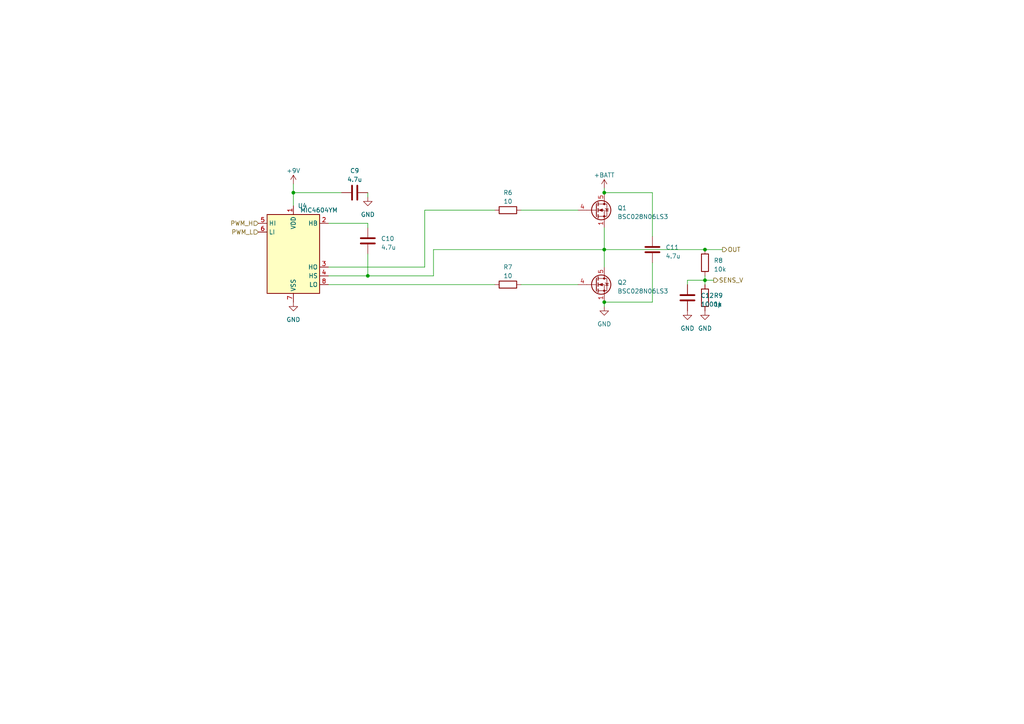
<source format=kicad_sch>
(kicad_sch (version 20230121) (generator eeschema)
  (paper "A4")
  (lib_symbols
    (symbol "Device:C" (pin_numbers hide) (pin_names (offset 0.254))
      (property "Reference" "C" (at 0.635 2.54 0))
      (property "Value" "C" (at 0.635 -2.54 0))
      (symbol "C_0_1"
        (polyline (pts (xy -2.032 -0.762) (xy 2.032 -0.762)) (stroke (width 0.508)))
        (polyline (pts (xy -2.032 0.762) (xy 2.032 0.762)) (stroke (width 0.508)))
      )
      (symbol "C_1_1"
        (pin passive line (at 0 3.81 270) (length 2.794) (name "~") (number "1"))
        (pin passive line (at 0 -3.81 90) (length 2.794) (name "~") (number "2"))
      )
    )
    (symbol "Device:R" (pin_numbers hide) (pin_names (offset 0))
      (property "Reference" "R" (at 2.032 0 90))
      (property "Value" "R" (at 0 0 90))
      (symbol "R_0_1"
        (rectangle (start -1.016 -2.54) (end 1.016 2.54) (stroke (width 0.254)))
      )
      (symbol "R_1_1"
        (pin passive line (at 0 3.81 270) (length 1.27) (name "~") (number "1"))
        (pin passive line (at 0 -3.81 90) (length 1.27) (name "~") (number "2"))
      )
    )
    (symbol "Driver_FET:MIC4604YM"
      (property "Reference" "U" (at -8.89 -8.89 0))
      (property "Value" "MIC4604YM" (at -8.89 -11.43 0))
      (symbol "MIC4604YM_0_1"
        (rectangle (start -7.62 -12.7) (end 7.62 10.16) (stroke (width 0.254)) (fill (type background)))
      )
      (symbol "MIC4604YM_1_1"
        (pin power_in line (at 0 12.7 270) (length 2.54) (name "VDD") (number "1"))
        (pin passive line (at 10.16 7.62 180) (length 2.54) (name "HB") (number "2"))
        (pin output line (at 10.16 -5.08 180) (length 2.54) (name "HO") (number "3"))
        (pin passive line (at 10.16 -7.62 180) (length 2.54) (name "HS") (number "4"))
        (pin input line (at -10.16 7.62 0) (length 2.54) (name "HI") (number "5"))
        (pin input line (at -10.16 5.08 0) (length 2.54) (name "LI") (number "6"))
        (pin power_in line (at 0 -15.24 90) (length 2.54) (name "VSS") (number "7"))
        (pin output line (at 10.16 -10.16 180) (length 2.54) (name "LO") (number "8"))
      )
    )
    (symbol "Transistor_FET:BSC028N06LS3" (pin_names hide)
      (property "Reference" "Q" (at 5.08 1.905 0))
      (property "Value" "BSC028N06LS3" (at 5.08 0 0))
      (symbol "BSC028N06LS3_0_1"
        (polyline (pts (xy 0.254 0) (xy -2.54 0)))
        (polyline (pts (xy 0.254 1.905) (xy 0.254 -1.905)) (stroke (width 0.254)))
        (polyline (pts (xy 0.762 -1.27) (xy 0.762 -2.286)) (stroke (width 0.254)))
        (polyline (pts (xy 0.762 0.508) (xy 0.762 -0.508)) (stroke (width 0.254)))
        (polyline (pts (xy 0.762 2.286) (xy 0.762 1.27)) (stroke (width 0.254)))
        (polyline (pts (xy 2.54 2.54) (xy 2.54 1.778)))
        (polyline (pts (xy 2.54 -2.54) (xy 2.54 0) (xy 0.762 0)))
        (polyline (pts (xy 0.762 -1.778) (xy 3.302 -1.778) (xy 3.302 1.778) (xy 0.762 1.778)))
        (polyline (pts (xy 1.016 0) (xy 2.032 0.381) (xy 2.032 -0.381) (xy 1.016 0)) (fill (type outline)))
        (polyline (pts (xy 2.794 0.508) (xy 2.921 0.381) (xy 3.683 0.381) (xy 3.81 0.254)))
        (polyline (pts (xy 3.302 0.381) (xy 2.921 -0.254) (xy 3.683 -0.254) (xy 3.302 0.381)))
        (circle (center 1.651 0) (radius 2.794) (stroke (width 0.254)))
        (circle (center 2.54 -1.778) (radius 0.254) (fill (type outline)))
        (circle (center 2.54 1.778) (radius 0.254) (fill (type outline)))
      )
      (symbol "BSC028N06LS3_1_1"
        (pin passive line (at 2.54 -5.08 90) (length 2.54) (name "S") (number "1"))
        (pin passive line (at 2.54 -5.08 90) (length 2.54) hide (name "S") (number "2"))
        (pin passive line (at 2.54 -5.08 90) (length 2.54) hide (name "S") (number "3"))
        (pin passive line (at -5.08 0 0) (length 2.54) (name "G") (number "4"))
        (pin passive line (at 2.54 5.08 270) (length 2.54) (name "D") (number "5"))
      )
    )
    (symbol "power:+9V" (power) (pin_names (offset 0))
      (property "Value" "+9V" (at 0 3.556 0))
      (symbol "+9V_0_1"
        (polyline (pts (xy -0.762 1.27) (xy 0 2.54)))
        (polyline (pts (xy 0 0) (xy 0 2.54)))
        (polyline (pts (xy 0 2.54) (xy 0.762 1.27)))
      )
      (symbol "+9V_1_1"
        (pin power_in line (at 0 0 90) (length 0) hide (name "+9V") (number "1"))
      )
    )
    (symbol "power:+BATT" (power) (pin_names (offset 0))
      (property "Value" "+BATT" (at 0 3.556 0))
      (symbol "+BATT_0_1"
        (polyline (pts (xy -0.762 1.27) (xy 0 2.54)))
        (polyline (pts (xy 0 0) (xy 0 2.54)))
        (polyline (pts (xy 0 2.54) (xy 0.762 1.27)))
      )
      (symbol "+BATT_1_1"
        (pin power_in line (at 0 0 90) (length 0) hide (name "+BATT") (number "1"))
      )
    )
    (symbol "power:GND" (power) (pin_names (offset 0))
      (property "Value" "GND" (at 0 -3.81 0))
      (symbol "GND_0_1"
        (polyline (pts (xy 0 0) (xy 0 -1.27) (xy 1.27 -1.27) (xy 0 -2.54) (xy -1.27 -1.27) (xy 0 -1.27)))
      )
      (symbol "GND_1_1"
        (pin power_in line (at 0 0 270) (length 0) hide (name "GND") (number "1"))
      )
    )
  )
  (junction (at 106.68 80.01))
  (junction (at 175.26 87.63))
  (junction (at 175.26 72.39))
  (junction (at 85.09 55.88))
  (junction (at 204.47 81.28))
  (junction (at 175.26 55.88))
  (junction (at 204.47 72.39))
  (wire (pts (xy 123.19 60.96) (xy 123.19 77.47)))
  (wire (pts (xy 95.25 80.01) (xy 106.68 80.01)))
  (wire (pts (xy 204.47 72.39) (xy 209.55 72.39)))
  (wire (pts (xy 106.68 80.01) (xy 106.68 73.66)))
  (wire (pts (xy 189.23 76.2) (xy 189.23 87.63)))
  (wire (pts (xy 204.47 80.01) (xy 204.47 81.28)))
  (wire (pts (xy 151.13 82.55) (xy 167.64 82.55)))
  (wire (pts (xy 95.25 64.77) (xy 106.68 64.77)))
  (wire (pts (xy 189.23 87.63) (xy 175.26 87.63)))
  (wire (pts (xy 95.25 82.55) (xy 143.51 82.55)))
  (wire (pts (xy 175.26 72.39) (xy 204.47 72.39)))
  (wire (pts (xy 151.13 60.96) (xy 167.64 60.96)))
  (wire (pts (xy 106.68 64.77) (xy 106.68 66.04)))
  (wire (pts (xy 106.68 55.88) (xy 106.68 57.15)))
  (wire (pts (xy 85.09 53.34) (xy 85.09 55.88)))
  (wire (pts (xy 189.23 55.88) (xy 189.23 68.58)))
  (wire (pts (xy 199.39 81.28) (xy 199.39 82.55)))
  (wire (pts (xy 175.26 88.9) (xy 175.26 87.63)))
  (wire (pts (xy 85.09 55.88) (xy 99.06 55.88)))
  (wire (pts (xy 123.19 60.96) (xy 143.51 60.96)))
  (wire (pts (xy 175.26 66.04) (xy 175.26 72.39)))
  (wire (pts (xy 204.47 81.28) (xy 207.01 81.28)))
  (wire (pts (xy 175.26 72.39) (xy 175.26 77.47)))
  (wire (pts (xy 106.68 80.01) (xy 125.73 80.01)))
  (wire (pts (xy 95.25 77.47) (xy 123.19 77.47)))
  (wire (pts (xy 125.73 72.39) (xy 175.26 72.39)))
  (wire (pts (xy 175.26 55.88) (xy 189.23 55.88)))
  (wire (pts (xy 204.47 81.28) (xy 199.39 81.28)))
  (wire (pts (xy 204.47 81.28) (xy 204.47 82.55)))
  (wire (pts (xy 85.09 55.88) (xy 85.09 59.69)))
  (wire (pts (xy 175.26 54.61) (xy 175.26 55.88)))
  (wire (pts (xy 125.73 80.01) (xy 125.73 72.39)))
  (hierarchical_label "OUT" (shape output) (at 209.55 72.39 0))
  (hierarchical_label "SENS_V" (shape output) (at 207.01 81.28 0))
  (hierarchical_label "PWM_H" (shape input) (at 74.93 64.77 180))
  (hierarchical_label "PWM_L" (shape input) (at 74.93 67.31 180))
  (symbol (lib_id "power:+BATT") (at 175.26 54.61 0) (unit 1)
    (property "Reference" "#PWR026" (effects hide))
    (property "Value" "+BATT" (at 175.26 50.8 0))
    (instances (project "pcb_motor_driver" (path "" (reference "#PWR026") (unit 1)) (path "" (reference "#PWR044") (unit 1)) (path "" (reference "#PWR051") (unit 1))))
  )
  (symbol (lib_id "power:+9V") (at 85.09 53.34 0) (unit 1)
    (property "Reference" "#PWR023" (effects hide))
    (property "Value" "+9V" (at 85.09 49.53 0))
    (instances (project "pcb_motor_driver" (path "" (reference "#PWR023") (unit 1)) (path "" (reference "#PWR041") (unit 1)) (path "" (reference "#PWR048") (unit 1))))
  )
  (symbol (lib_id "Device:R") (at 204.47 86.36 0) (unit 1)
    (property "Reference" "R9" (at 207.01 85.725 0) (effects (justify left)))
    (property "Value" "1k" (at 207.01 88.265 0) (effects (justify left)))
    (property "Footprint" "Resistor_SMD:R_0603_1608Metric_Pad0.98x0.95mm_HandSolder" (effects hide))
    (instances (project "pcb_motor_driver" (path "" (reference "R9") (unit 1)) (path "" (reference "R14") (unit 1)) (path "" (reference "R18") (unit 1))))
  )
  (symbol (lib_id "Device:R") (at 147.32 82.55 90) (unit 1)
    (property "Reference" "R7" (at 147.32 77.47 90))
    (property "Value" "10" (at 147.32 80.01 90))
    (property "Footprint" "Resistor_SMD:R_0603_1608Metric_Pad0.98x0.95mm_HandSolder" (effects hide))
    (instances (project "pcb_motor_driver" (path "" (reference "R7") (unit 1)) (path "" (reference "R12") (unit 1)) (path "" (reference "R16") (unit 1))))
  )
  (symbol (lib_id "Device:R") (at 204.47 76.2 0) (unit 1)
    (property "Reference" "R8" (at 207.01 75.565 0) (effects (justify left)))
    (property "Value" "10k" (at 207.01 78.105 0) (effects (justify left)))
    (property "Footprint" "Resistor_SMD:R_0603_1608Metric_Pad0.98x0.95mm_HandSolder" (effects hide))
    (instances (project "pcb_motor_driver" (path "" (reference "R8") (unit 1)) (path "" (reference "R13") (unit 1)) (path "" (reference "R17") (unit 1))))
  )
  (symbol (lib_id "power:GND") (at 204.47 90.17 0) (unit 1)
    (property "Reference" "#PWR029" (effects hide))
    (property "Value" "GND" (at 204.47 95.25 0))
    (instances (project "pcb_motor_driver" (path "" (reference "#PWR029") (unit 1)) (path "" (reference "#PWR047") (unit 1)) (path "" (reference "#PWR054") (unit 1))))
  )
  (symbol (lib_id "power:GND") (at 199.39 90.17 0) (unit 1)
    (property "Reference" "#PWR028" (effects hide))
    (property "Value" "GND" (at 199.39 95.25 0))
    (instances (project "pcb_motor_driver" (path "" (reference "#PWR028") (unit 1)) (path "" (reference "#PWR046") (unit 1)) (path "" (reference "#PWR053") (unit 1))))
  )
  (symbol (lib_id "Transistor_FET:BSC028N06LS3") (at 172.72 82.55 0) (unit 1)
    (property "Reference" "Q2" (at 179.07 81.915 0) (effects (justify left)))
    (property "Value" "BSC028N06LS3" (at 179.07 84.455 0) (effects (justify left)))
    (property "Footprint" "Package_TO_SOT_SMD:TDSON-8-1" (effects hide))
    (property "Datasheet" "http://www.infineon.com/dgdl/Infineon-BSC028N06LS3-DS-v02_02-en.pdf?fileId=db3a30431ddc9372011ebafa4c607f8c" (effects hide))
    (instances (project "pcb_motor_driver" (path "" (reference "Q2") (unit 1)) (path "" (reference "Q4") (unit 1)) (path "" (reference "Q6") (unit 1))))
  )
  (symbol (lib_id "power:GND") (at 85.09 87.63 0) (unit 1)
    (property "Reference" "#PWR024" (effects hide))
    (property "Value" "GND" (at 85.09 92.71 0))
    (instances (project "pcb_motor_driver" (path "" (reference "#PWR024") (unit 1)) (path "" (reference "#PWR042") (unit 1)) (path "" (reference "#PWR049") (unit 1))))
  )
  (symbol (lib_id "Driver_FET:MIC4604YM") (at 85.09 72.39 0) (unit 1)
    (property "Reference" "U4" (at 86.36 59.69 0) (effects (justify left)))
    (property "Value" "MIC4604YM" (at 87.0459 60.96 0) (effects (justify left)))
    (property "Footprint" "Package_SO:SOIC-8_3.9x4.9mm_P1.27mm" (effects hide))
    (property "Datasheet" "http://ww1.microchip.com/downloads/en/DeviceDoc/20005852A.pdf" (effects hide))
    (instances (project "pcb_motor_driver" (path "" (reference "U4") (unit 1)) (path "" (reference "U6") (unit 1)) (path "" (reference "U7") (unit 1))))
  )
  (symbol (lib_id "power:GND") (at 175.26 88.9 0) (unit 1)
    (property "Reference" "#PWR027" (effects hide))
    (property "Value" "GND" (at 175.26 93.98 0))
    (instances (project "pcb_motor_driver" (path "" (reference "#PWR027") (unit 1)) (path "" (reference "#PWR045") (unit 1)) (path "" (reference "#PWR052") (unit 1))))
  )
  (symbol (lib_id "Device:C") (at 106.68 69.85 0) (unit 1)
    (property "Reference" "C10" (at 110.49 69.215 0) (effects (justify left)))
    (property "Value" "4.7u" (at 110.49 71.755 0) (effects (justify left)))
    (property "Footprint" "Capacitor_SMD:C_0805_2012Metric_Pad1.18x1.45mm_HandSolder" (effects hide))
    (instances (project "pcb_motor_driver" (path "" (reference "C10") (unit 1)) (path "" (reference "C18") (unit 1)) (path "" (reference "C22") (unit 1))))
  )
  (symbol (lib_id "Device:C") (at 102.87 55.88 90) (unit 1)
    (property "Reference" "C9" (at 102.87 49.53 90))
    (property "Value" "4.7u" (at 102.87 52.07 90))
    (property "Footprint" "Capacitor_SMD:C_0805_2012Metric_Pad1.18x1.45mm_HandSolder" (effects hide))
    (instances (project "pcb_motor_driver" (path "" (reference "C9") (unit 1)) (path "" (reference "C17") (unit 1)) (path "" (reference "C21") (unit 1))))
  )
  (symbol (lib_id "Device:R") (at 147.32 60.96 90) (unit 1)
    (property "Reference" "R6" (at 147.32 55.88 90))
    (property "Value" "10" (at 147.32 58.42 90))
    (property "Footprint" "Resistor_SMD:R_0603_1608Metric_Pad0.98x0.95mm_HandSolder" (effects hide))
    (instances (project "pcb_motor_driver" (path "" (reference "R6") (unit 1)) (path "" (reference "R11") (unit 1)) (path "" (reference "R15") (unit 1))))
  )
  (symbol (lib_id "Transistor_FET:BSC028N06LS3") (at 172.72 60.96 0) (unit 1)
    (property "Reference" "Q1" (at 179.07 60.325 0) (effects (justify left)))
    (property "Value" "BSC028N06LS3" (at 179.07 62.865 0) (effects (justify left)))
    (property "Footprint" "Package_TO_SOT_SMD:TDSON-8-1" (effects hide))
    (property "Datasheet" "http://www.infineon.com/dgdl/Infineon-BSC028N06LS3-DS-v02_02-en.pdf?fileId=db3a30431ddc9372011ebafa4c607f8c" (effects hide))
    (instances (project "pcb_motor_driver" (path "" (reference "Q1") (unit 1)) (path "" (reference "Q3") (unit 1)) (path "" (reference "Q5") (unit 1))))
  )
  (symbol (lib_id "power:GND") (at 106.68 57.15 0) (unit 1)
    (property "Reference" "#PWR025" (effects hide))
    (property "Value" "GND" (at 106.68 62.23 0))
    (instances (project "pcb_motor_driver" (path "" (reference "#PWR025") (unit 1)) (path "" (reference "#PWR043") (unit 1)) (path "" (reference "#PWR050") (unit 1))))
  )
  (symbol (lib_id "Device:C") (at 199.39 86.36 0) (unit 1)
    (property "Reference" "C12" (at 203.2 85.725 0) (effects (justify left)))
    (property "Value" "1000p" (at 203.2 88.265 0) (effects (justify left)))
    (property "Footprint" "Capacitor_SMD:C_0603_1608Metric_Pad1.08x0.95mm_HandSolder" (effects hide))
    (instances (project "pcb_motor_driver" (path "" (reference "C12") (unit 1)) (path "" (reference "C20") (unit 1)) (path "" (reference "C24") (unit 1))))
  )
  (symbol (lib_id "Device:C") (at 189.23 72.39 0) (unit 1)
    (property "Reference" "C11" (at 193.04 71.755 0) (effects (justify left)))
    (property "Value" "4.7u" (at 193.04 74.295 0) (effects (justify left)))
    (property "Footprint" "Capacitor_SMD:C_0805_2012Metric_Pad1.18x1.45mm_HandSolder" (effects hide))
    (instances (project "pcb_motor_driver" (path "" (reference "C11") (unit 1)) (path "" (reference "C19") (unit 1)) (path "" (reference "C23") (unit 1))))
  )
)
</source>
